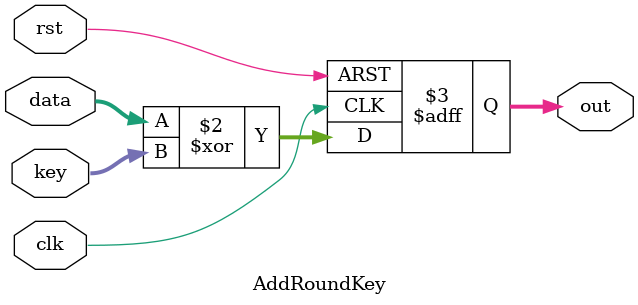
<source format=v>
`timescale 1ns / 1ps


module AddRoundKey(
    input [127:0] data,
    input [127:0] key,
    output reg [127:0] out,
    input clk,
    input rst
    );
    
    always@(posedge clk , posedge rst) begin 
        if(rst) begin
            out<=0;
        end
        else begin
            out<= data ^ key ;
        end
    end
endmodule

</source>
